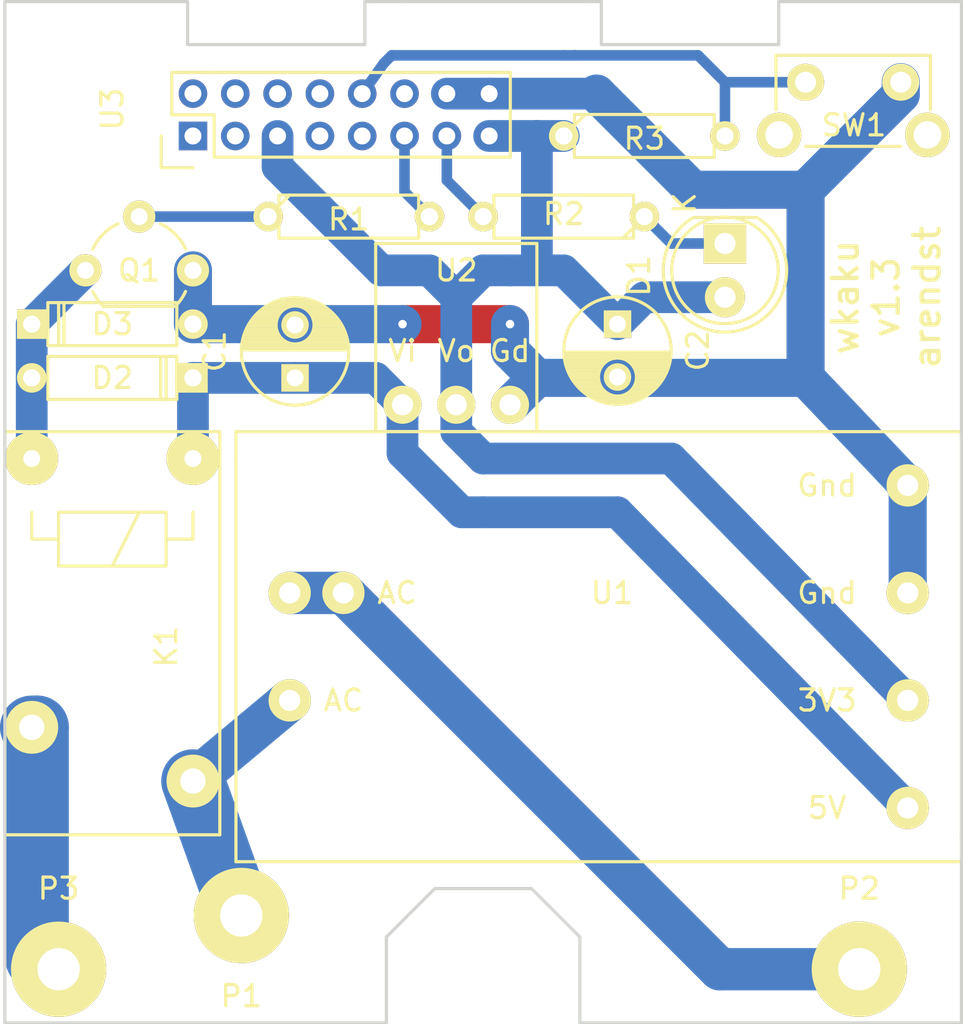
<source format=kicad_pcb>
(kicad_pcb (version 4) (host pcbnew 4.0.2-stable)

  (general
    (links 33)
    (no_connects 0)
    (area 140.533999 95.072619 192.051001 147.49044)
    (thickness 1.6)
    (drawings 22)
    (tracks 81)
    (zones 0)
    (modules 17)
    (nets 22)
  )

  (page A4)
  (title_block
    (title wkaku)
    (date 2016-05-18)
    (rev 1.2)
    (company "Theo Arends")
  )

  (layers
    (0 F.Cu signal)
    (31 B.Cu signal)
    (32 B.Adhes user hide)
    (33 F.Adhes user hide)
    (34 B.Paste user hide)
    (35 F.Paste user hide)
    (36 B.SilkS user)
    (37 F.SilkS user)
    (38 B.Mask user)
    (39 F.Mask user)
    (40 Dwgs.User user hide)
    (41 Cmts.User user hide)
    (42 Eco1.User user hide)
    (43 Eco2.User user hide)
    (44 Edge.Cuts user)
    (45 Margin user hide)
    (46 B.CrtYd user hide)
    (47 F.CrtYd user)
    (48 B.Fab user hide)
    (49 F.Fab user hide)
  )

  (setup
    (last_trace_width 0.5)
    (trace_clearance 0.25)
    (zone_clearance 0.508)
    (zone_45_only no)
    (trace_min 0.25)
    (segment_width 0.2)
    (edge_width 0.15)
    (via_size 0.6)
    (via_drill 0.4)
    (via_min_size 0.4)
    (via_min_drill 0.3)
    (uvia_size 0.3)
    (uvia_drill 0.1)
    (uvias_allowed no)
    (uvia_min_size 0.2)
    (uvia_min_drill 0.1)
    (pcb_text_width 0.3)
    (pcb_text_size 1.5 1.5)
    (mod_edge_width 0.15)
    (mod_text_size 1 1)
    (mod_text_width 0.15)
    (pad_size 1.524 1.524)
    (pad_drill 0.762)
    (pad_to_mask_clearance 0.2)
    (aux_axis_origin 0 0)
    (grid_origin 182.88 142.24)
    (visible_elements 7FFFFFFF)
    (pcbplotparams
      (layerselection 0x010f0_80000001)
      (usegerberextensions true)
      (excludeedgelayer true)
      (linewidth 0.100000)
      (plotframeref false)
      (viasonmask false)
      (mode 1)
      (useauxorigin false)
      (hpglpennumber 1)
      (hpglpenspeed 20)
      (hpglpendiameter 15)
      (hpglpenoverlay 2)
      (psnegative false)
      (psa4output false)
      (plotreference true)
      (plotvalue true)
      (plotinvisibletext false)
      (padsonsilk false)
      (subtractmaskfromsilk false)
      (outputformat 1)
      (mirror false)
      (drillshape 0)
      (scaleselection 1)
      (outputdirectory gerbers/))
  )

  (net 0 "")
  (net 1 /LED)
  (net 2 "Net-(D2-Pad2)")
  (net 3 +5V)
  (net 4 /LIFE)
  (net 5 "Net-(P2-Pad1)")
  (net 6 "Net-(Q1-Pad2)")
  (net 7 GND)
  (net 8 /RELAY)
  (net 9 +3V3)
  (net 10 /BUTTON)
  (net 11 "Net-(K1-Pad5)")
  (net 12 "Net-(U3-Pad1)")
  (net 13 "Net-(U3-Pad2)")
  (net 14 "Net-(U3-Pad4)")
  (net 15 "Net-(U3-Pad5)")
  (net 16 "Net-(U3-Pad22)")
  (net 17 "Net-(U3-Pad21)")
  (net 18 "Net-(U3-Pad20)")
  (net 19 "Net-(U3-Pad19)")
  (net 20 "Net-(U3-Pad17)")
  (net 21 "Net-(D1-Pad1)")

  (net_class Default "This is the default net class."
    (clearance 0.25)
    (trace_width 0.5)
    (via_dia 0.6)
    (via_drill 0.4)
    (uvia_dia 0.3)
    (uvia_drill 0.1)
    (add_net /BUTTON)
    (add_net /LED)
    (add_net /RELAY)
    (add_net "Net-(D1-Pad1)")
    (add_net "Net-(Q1-Pad2)")
    (add_net "Net-(U3-Pad1)")
    (add_net "Net-(U3-Pad17)")
    (add_net "Net-(U3-Pad19)")
    (add_net "Net-(U3-Pad2)")
    (add_net "Net-(U3-Pad20)")
    (add_net "Net-(U3-Pad21)")
    (add_net "Net-(U3-Pad22)")
    (add_net "Net-(U3-Pad4)")
    (add_net "Net-(U3-Pad5)")
  )

  (net_class AC ""
    (clearance 3)
    (trace_width 2)
    (via_dia 0.6)
    (via_drill 0.4)
    (uvia_dia 0.3)
    (uvia_drill 0.1)
    (add_net "Net-(P2-Pad1)")
  )

  (net_class Power ""
    (clearance 0.25)
    (trace_width 1.5)
    (via_dia 0.6)
    (via_drill 0.4)
    (uvia_dia 0.3)
    (uvia_drill 0.1)
    (add_net +3V3)
    (add_net +5V)
    (add_net GND)
    (add_net "Net-(D2-Pad2)")
  )

  (net_class Relay ""
    (clearance 3)
    (trace_width 3)
    (via_dia 0.6)
    (via_drill 0.4)
    (uvia_dia 0.3)
    (uvia_drill 0.1)
    (add_net /LIFE)
    (add_net "Net-(K1-Pad5)")
  )

  (module LEDs:LED-5MM (layer F.Cu) (tedit 5570F7EA) (tstamp 57372E3E)
    (at 177.8 107.95 270)
    (descr "LED 5mm round vertical")
    (tags "LED 5mm round vertical")
    (path /57334A96)
    (fp_text reference D1 (at 1.524 4.064 270) (layer F.SilkS)
      (effects (font (size 1 1) (thickness 0.15)))
    )
    (fp_text value LED (at 1.524 -3.937 270) (layer F.Fab)
      (effects (font (size 1 1) (thickness 0.15)))
    )
    (fp_line (start -1.5 -1.55) (end -1.5 1.55) (layer F.CrtYd) (width 0.05))
    (fp_arc (start 1.3 0) (end -1.5 1.55) (angle -302) (layer F.CrtYd) (width 0.05))
    (fp_arc (start 1.27 0) (end -1.23 -1.5) (angle 297.5) (layer F.SilkS) (width 0.15))
    (fp_line (start -1.23 1.5) (end -1.23 -1.5) (layer F.SilkS) (width 0.15))
    (fp_circle (center 1.27 0) (end 0.97 -2.5) (layer F.SilkS) (width 0.15))
    (fp_text user K (at -1.905 1.905 270) (layer F.SilkS)
      (effects (font (size 1 1) (thickness 0.15)))
    )
    (pad 1 thru_hole rect (at 0 0) (size 2 1.9) (drill 1.00076) (layers *.Cu *.Mask F.SilkS)
      (net 21 "Net-(D1-Pad1)"))
    (pad 2 thru_hole circle (at 2.54 0 270) (size 1.9 1.9) (drill 1.00076) (layers *.Cu *.Mask F.SilkS)
      (net 9 +3V3))
    (model LEDs.3dshapes/LED-5MM.wrl
      (at (xyz 0.05 0 0))
      (scale (xyz 1 1 1))
      (rotate (xyz 0 0 90))
    )
  )

  (module Buttons_Switches_ThroughHole:SW_Tactile_SPST_Angled (layer F.Cu) (tedit 574D7A70) (tstamp 57372E7D)
    (at 181.61 100.33)
    (descr "tactile switch SPST right angle, 1825027-2")
    (tags "tactile switch SPST angled 1825027-2")
    (path /57334AF2)
    (fp_text reference SW1 (at 2.286 2.032) (layer F.SilkS)
      (effects (font (size 1 1) (thickness 0.15)))
    )
    (fp_text value SPST (at 2.286 2.032) (layer F.Fab)
      (effects (font (size 1 1) (thickness 0.15)))
    )
    (fp_line (start -2.5 -1.5) (end 7.05 -1.5) (layer F.CrtYd) (width 0.05))
    (fp_line (start 7.05 -1.5) (end 7.05 3.8) (layer F.CrtYd) (width 0.05))
    (fp_line (start 7.05 3.8) (end -2.5 3.8) (layer F.CrtYd) (width 0.05))
    (fp_line (start -2.5 3.8) (end -2.5 -1.5) (layer F.CrtYd) (width 0.05))
    (fp_line (start -1.397 -1.27) (end 5.9 -1.27) (layer F.SilkS) (width 0.15))
    (fp_line (start 5.9 -1.27) (end 5.9 1.3) (layer F.SilkS) (width 0.15))
    (fp_line (start 0 3.03) (end 4.5 3.03) (layer F.SilkS) (width 0.15))
    (fp_line (start -1.397 -1.27) (end -1.397 1.3) (layer F.SilkS) (width 0.15))
    (pad "" thru_hole circle (at 5.76 2.49) (size 2.1 2.1) (drill 1.3) (layers *.Cu *.Mask F.SilkS))
    (pad 2 thru_hole circle (at 4.5 0) (size 1.75 1.75) (drill 0.99) (layers *.Cu *.Mask F.SilkS)
      (net 7 GND))
    (pad 1 thru_hole circle (at 0 0) (size 1.75 1.75) (drill 0.99) (layers *.Cu *.Mask F.SilkS)
      (net 10 /BUTTON))
    (pad "" thru_hole circle (at -1.25 2.49) (size 2.1 2.1) (drill 1.3) (layers *.Cu *.Mask F.SilkS))
    (model Buttons_Switches_ThroughHole.3dshapes/SW_Tactile_SPST_Angled.wrl
      (at (xyz 0.09 0.1 0.1575))
      (scale (xyz 0.39 0.39 0.39))
      (rotate (xyz -90 0 180))
    )
  )

  (module TO_SOT_Packages_THT:TO-92_Molded_Wide (layer F.Cu) (tedit 574AECE2) (tstamp 5737416C)
    (at 147.574 109.22)
    (descr "TO-92 leads molded, wide, drill 0.8mm (see NXP sot054_po.pdf)")
    (tags "to-92 sc-43 sc-43a sot54 PA33 transistor")
    (path /57334907)
    (fp_text reference Q1 (at 2.54 0) (layer F.SilkS)
      (effects (font (size 1 1) (thickness 0.15)))
    )
    (fp_text value BC547 (at -1.016 -2.032) (layer F.Fab)
      (effects (font (size 1 1) (thickness 0.15)))
    )
    (fp_arc (start 2.54 0) (end 0.34 -1) (angle 41.11209044) (layer F.SilkS) (width 0.15))
    (fp_arc (start 2.54 0) (end 4.74 -1) (angle -41.11210221) (layer F.SilkS) (width 0.15))
    (fp_arc (start 2.54 0) (end 0.84 1.7) (angle 20.5) (layer F.SilkS) (width 0.15))
    (fp_arc (start 2.54 0) (end 4.24 1.7) (angle -20.5) (layer F.SilkS) (width 0.15))
    (fp_line (start -1 1.95) (end -1 -3.55) (layer F.CrtYd) (width 0.05))
    (fp_line (start -1 1.95) (end 6.1 1.95) (layer F.CrtYd) (width 0.05))
    (fp_line (start 0.84 1.7) (end 4.24 1.7) (layer F.SilkS) (width 0.15))
    (fp_line (start -1 -3.55) (end 6.1 -3.55) (layer F.CrtYd) (width 0.05))
    (fp_line (start 6.1 1.95) (end 6.1 -3.55) (layer F.CrtYd) (width 0.05))
    (pad 2 thru_hole circle (at 2.54 -2.54 90) (size 1.524 1.524) (drill 0.8) (layers *.Cu *.Mask F.SilkS)
      (net 6 "Net-(Q1-Pad2)"))
    (pad 3 thru_hole circle (at 5.08 0 90) (size 1.524 1.524) (drill 0.8) (layers *.Cu *.Mask F.SilkS)
      (net 7 GND))
    (pad 1 thru_hole circle (at 0 0 90) (size 1.524 1.524) (drill 0.8) (layers *.Cu *.Mask F.SilkS)
      (net 2 "Net-(D2-Pad2)"))
    (model TO_SOT_Packages_THT.3dshapes/TO-92_Molded_Wide.wrl
      (at (xyz 0.1 0 0))
      (scale (xyz 1 1 1))
      (rotate (xyz 0 0 -90))
    )
  )

  (module wkaku:ESP-12_Pitch2.00mm (layer F.Cu) (tedit 573C6837) (tstamp 573AF467)
    (at 152.654 102.87 90)
    (descr "ESP12, 2.00mm pitch")
    (tags ESP12)
    (path /5735CAFC)
    (fp_text reference U3 (at 1.27 -3.81 90) (layer F.SilkS)
      (effects (font (size 1 1) (thickness 0.15)))
    )
    (fp_text value ESP-12E (at 1.27 -2.54 90) (layer F.Fab)
      (effects (font (size 1 1) (thickness 0.15)))
    )
    (fp_line (start -1 1) (end 1 1) (layer F.SilkS) (width 0.15))
    (fp_line (start 1 1) (end 1 -1) (layer F.SilkS) (width 0.15))
    (fp_line (start 1 -1) (end 3 -1) (layer F.SilkS) (width 0.15))
    (fp_line (start 3 -1) (end 3 1) (layer F.SilkS) (width 0.15))
    (fp_line (start 3 1) (end 3 15) (layer F.SilkS) (width 0.15))
    (fp_line (start 3 15) (end -1 15) (layer F.SilkS) (width 0.15))
    (fp_line (start -1 15) (end -1 1) (layer F.SilkS) (width 0.15))
    (fp_line (start -1.6 -1.6) (end 3.6 -1.6) (layer F.CrtYd) (width 0.05))
    (fp_line (start 3.6 -1.6) (end 3.6 15.6) (layer F.CrtYd) (width 0.05))
    (fp_line (start 3.6 15.6) (end -1.6 15.6) (layer F.CrtYd) (width 0.05))
    (fp_line (start -1.6 15.6) (end -1.6 -1.6) (layer F.CrtYd) (width 0.05))
    (fp_line (start -1.5 0) (end -1.5 -1.5) (layer F.SilkS) (width 0.15))
    (fp_line (start -1.5 -1.5) (end 0 -1.5) (layer F.SilkS) (width 0.15))
    (pad 1 thru_hole rect (at 0 0 90) (size 1.35 1.35) (drill 0.8) (layers *.Cu *.Mask)
      (net 12 "Net-(U3-Pad1)"))
    (pad 2 thru_hole circle (at 0 2 90) (size 1.35 1.35) (drill 0.8) (layers *.Cu *.Mask)
      (net 13 "Net-(U3-Pad2)"))
    (pad 3 thru_hole circle (at 0 4 90) (size 1.35 1.35) (drill 0.8) (layers *.Cu *.Mask)
      (net 9 +3V3))
    (pad 4 thru_hole circle (at 0 6 90) (size 1.35 1.35) (drill 0.8) (layers *.Cu *.Mask)
      (net 14 "Net-(U3-Pad4)"))
    (pad 5 thru_hole circle (at 0 8 90) (size 1.35 1.35) (drill 0.8) (layers *.Cu *.Mask)
      (net 15 "Net-(U3-Pad5)"))
    (pad 6 thru_hole circle (at 0 10 90) (size 1.35 1.35) (drill 0.8) (layers *.Cu *.Mask)
      (net 8 /RELAY))
    (pad 7 thru_hole circle (at 0 12 90) (size 1.35 1.35) (drill 0.8) (layers *.Cu *.Mask)
      (net 1 /LED))
    (pad 8 thru_hole circle (at 0 14 90) (size 1.35 1.35) (drill 0.8) (layers *.Cu *.Mask)
      (net 9 +3V3))
    (pad 22 thru_hole circle (at 2 0 90) (size 1.35 1.35) (drill 0.8) (layers *.Cu *.Mask)
      (net 16 "Net-(U3-Pad22)"))
    (pad 21 thru_hole circle (at 2 2 90) (size 1.35 1.35) (drill 0.8) (layers *.Cu *.Mask)
      (net 17 "Net-(U3-Pad21)"))
    (pad 20 thru_hole circle (at 2 4 90) (size 1.35 1.35) (drill 0.8) (layers *.Cu *.Mask)
      (net 18 "Net-(U3-Pad20)"))
    (pad 19 thru_hole circle (at 2 6 90) (size 1.35 1.35) (drill 0.8) (layers *.Cu *.Mask)
      (net 19 "Net-(U3-Pad19)"))
    (pad 18 thru_hole circle (at 2 8 90) (size 1.35 1.35) (drill 0.8) (layers *.Cu *.Mask)
      (net 10 /BUTTON))
    (pad 17 thru_hole circle (at 2 10 90) (size 1.35 1.35) (drill 0.8) (layers *.Cu *.Mask)
      (net 20 "Net-(U3-Pad17)"))
    (pad 16 thru_hole circle (at 2 12 90) (size 1.35 1.35) (drill 0.8) (layers *.Cu *.Mask)
      (net 7 GND))
    (pad 15 thru_hole circle (at 2 14 90) (size 1.35 1.35) (drill 0.8) (layers *.Cu *.Mask)
      (net 7 GND))
    (model Pin_Headers.3dshapes/Pin_Header_Straight_2x08_Pitch2.00mm.wrl
      (at (xyz 0 0 0))
      (scale (xyz 1 1 1))
      (rotate (xyz 0 0 0))
    )
  )

  (module Discret:D3 (layer F.Cu) (tedit 0) (tstamp 573AF9A3)
    (at 148.844 114.3)
    (descr "Diode 3 pas")
    (tags "DIODE DEV")
    (path /5733542A)
    (fp_text reference D2 (at 0 0) (layer F.SilkS)
      (effects (font (size 1 1) (thickness 0.15)))
    )
    (fp_text value 1N4007 (at 0 0) (layer F.Fab)
      (effects (font (size 1 1) (thickness 0.15)))
    )
    (fp_line (start 3.81 0) (end 3.048 0) (layer F.SilkS) (width 0.15))
    (fp_line (start 3.048 0) (end 3.048 -1.016) (layer F.SilkS) (width 0.15))
    (fp_line (start 3.048 -1.016) (end -3.048 -1.016) (layer F.SilkS) (width 0.15))
    (fp_line (start -3.048 -1.016) (end -3.048 0) (layer F.SilkS) (width 0.15))
    (fp_line (start -3.048 0) (end -3.81 0) (layer F.SilkS) (width 0.15))
    (fp_line (start -3.048 0) (end -3.048 1.016) (layer F.SilkS) (width 0.15))
    (fp_line (start -3.048 1.016) (end 3.048 1.016) (layer F.SilkS) (width 0.15))
    (fp_line (start 3.048 1.016) (end 3.048 0) (layer F.SilkS) (width 0.15))
    (fp_line (start 2.54 -1.016) (end 2.54 1.016) (layer F.SilkS) (width 0.15))
    (fp_line (start 2.286 1.016) (end 2.286 -1.016) (layer F.SilkS) (width 0.15))
    (pad 1 thru_hole rect (at 3.81 0) (size 1.397 1.397) (drill 0.8128) (layers *.Cu *.Mask F.SilkS)
      (net 3 +5V))
    (pad 2 thru_hole circle (at -3.81 0) (size 1.397 1.397) (drill 0.8128) (layers *.Cu *.Mask F.SilkS)
      (net 2 "Net-(D2-Pad2)"))
    (model Discret.3dshapes/D3.wrl
      (at (xyz 0 0 0))
      (scale (xyz 0.3 0.3 0.3))
      (rotate (xyz 0 0 0))
    )
  )

  (module Discret:D3 (layer F.Cu) (tedit 0) (tstamp 573AF9A8)
    (at 148.844 111.76 180)
    (descr "Diode 3 pas")
    (tags "DIODE DEV")
    (path /573B05C9)
    (fp_text reference D3 (at 0 0 180) (layer F.SilkS)
      (effects (font (size 1 1) (thickness 0.15)))
    )
    (fp_text value 1N4007 (at 0 0 180) (layer F.Fab)
      (effects (font (size 1 1) (thickness 0.15)))
    )
    (fp_line (start 3.81 0) (end 3.048 0) (layer F.SilkS) (width 0.15))
    (fp_line (start 3.048 0) (end 3.048 -1.016) (layer F.SilkS) (width 0.15))
    (fp_line (start 3.048 -1.016) (end -3.048 -1.016) (layer F.SilkS) (width 0.15))
    (fp_line (start -3.048 -1.016) (end -3.048 0) (layer F.SilkS) (width 0.15))
    (fp_line (start -3.048 0) (end -3.81 0) (layer F.SilkS) (width 0.15))
    (fp_line (start -3.048 0) (end -3.048 1.016) (layer F.SilkS) (width 0.15))
    (fp_line (start -3.048 1.016) (end 3.048 1.016) (layer F.SilkS) (width 0.15))
    (fp_line (start 3.048 1.016) (end 3.048 0) (layer F.SilkS) (width 0.15))
    (fp_line (start 2.54 -1.016) (end 2.54 1.016) (layer F.SilkS) (width 0.15))
    (fp_line (start 2.286 1.016) (end 2.286 -1.016) (layer F.SilkS) (width 0.15))
    (pad 1 thru_hole rect (at 3.81 0 180) (size 1.397 1.397) (drill 0.8128) (layers *.Cu *.Mask F.SilkS)
      (net 2 "Net-(D2-Pad2)"))
    (pad 2 thru_hole circle (at -3.81 0 180) (size 1.397 1.397) (drill 0.8128) (layers *.Cu *.Mask F.SilkS)
      (net 7 GND))
    (model Discret.3dshapes/D3.wrl
      (at (xyz 0 0 0))
      (scale (xyz 0.3 0.3 0.3))
      (rotate (xyz 0 0 0))
    )
  )

  (module wkaku:Relay_SPST (layer F.Cu) (tedit 573B1729) (tstamp 573B2409)
    (at 145.034 118.11 270)
    (descr "Relay, SPST, OJE-SH-DM, 5A250VAC")
    (tags "Relay, SPST,  OJE-SH-DM, 5A 250V AC, Reais. 1 x ein,")
    (path /573B0157)
    (fp_text reference K1 (at 8.89 -6.35 270) (layer F.SilkS)
      (effects (font (size 1 1) (thickness 0.15)))
    )
    (fp_text value RELAY_SPST (at 8.89 -2.54 270) (layer F.Fab)
      (effects (font (size 1 1) (thickness 0.15)))
    )
    (fp_line (start -1.27 -8.89) (end 17.78 -8.89) (layer F.SilkS) (width 0.15))
    (fp_line (start 17.78 -8.89) (end 17.78 1.27) (layer F.SilkS) (width 0.15))
    (fp_line (start 17.78 1.27) (end -1.27 1.27) (layer F.SilkS) (width 0.15))
    (fp_line (start -1.27 1.27) (end -1.27 -8.89) (layer F.SilkS) (width 0.15))
    (fp_line (start 2.54 -5.08) (end 5.08 -3.81) (layer F.SilkS) (width 0.15))
    (fp_line (start 3.81 -1.27) (end 3.81 0) (layer F.SilkS) (width 0.15))
    (fp_line (start 3.81 0) (end 2.54 0) (layer F.SilkS) (width 0.15))
    (fp_line (start 2.54 -7.62) (end 3.81 -7.62) (layer F.SilkS) (width 0.15))
    (fp_line (start 3.81 -7.62) (end 3.81 -6.35) (layer F.SilkS) (width 0.15))
    (fp_line (start 3.81 -6.35) (end 5.08 -6.35) (layer F.SilkS) (width 0.15))
    (fp_line (start 5.08 -6.35) (end 5.08 -1.27) (layer F.SilkS) (width 0.15))
    (fp_line (start 5.08 -1.27) (end 2.54 -1.27) (layer F.SilkS) (width 0.15))
    (fp_line (start 2.54 -1.27) (end 2.54 -6.35) (layer F.SilkS) (width 0.15))
    (fp_line (start 2.54 -6.35) (end 3.81 -6.35) (layer F.SilkS) (width 0.15))
    (pad A1 thru_hole circle (at 0 -7.62 270) (size 2.5 2.5) (drill 0.8) (layers *.Cu *.Mask F.SilkS)
      (net 3 +5V))
    (pad A2 thru_hole circle (at 0 0 270) (size 2.5 2.5) (drill 0.8) (layers *.Cu *.Mask F.SilkS)
      (net 2 "Net-(D2-Pad2)"))
    (pad 7 thru_hole circle (at 15.24 -7.62 270) (size 2.5 2.5) (drill 1.19888) (layers *.Cu *.Mask F.SilkS)
      (net 4 /LIFE))
    (pad 5 thru_hole circle (at 12.7 0 270) (size 2.5 2.5) (drill 1.19888) (layers *.Cu *.Mask F.SilkS)
      (net 11 "Net-(K1-Pad5)"))
  )

  (module Discret:R3 (layer F.Cu) (tedit 0) (tstamp 573B2410)
    (at 160.02 106.68)
    (descr "Resitance 3 pas")
    (tags R)
    (path /573349FA)
    (fp_text reference R1 (at 0 0.127) (layer F.SilkS)
      (effects (font (size 1 1) (thickness 0.15)))
    )
    (fp_text value 1k (at 0 0.127) (layer F.Fab)
      (effects (font (size 1 1) (thickness 0.15)))
    )
    (fp_line (start -3.81 0) (end -3.302 0) (layer F.SilkS) (width 0.15))
    (fp_line (start 3.81 0) (end 3.302 0) (layer F.SilkS) (width 0.15))
    (fp_line (start 3.302 0) (end 3.302 -1.016) (layer F.SilkS) (width 0.15))
    (fp_line (start 3.302 -1.016) (end -3.302 -1.016) (layer F.SilkS) (width 0.15))
    (fp_line (start -3.302 -1.016) (end -3.302 1.016) (layer F.SilkS) (width 0.15))
    (fp_line (start -3.302 1.016) (end 3.302 1.016) (layer F.SilkS) (width 0.15))
    (fp_line (start 3.302 1.016) (end 3.302 0) (layer F.SilkS) (width 0.15))
    (fp_line (start -3.302 -0.508) (end -2.794 -1.016) (layer F.SilkS) (width 0.15))
    (pad 1 thru_hole circle (at -3.81 0) (size 1.397 1.397) (drill 0.8128) (layers *.Cu *.Mask F.SilkS)
      (net 6 "Net-(Q1-Pad2)"))
    (pad 2 thru_hole circle (at 3.81 0) (size 1.397 1.397) (drill 0.8128) (layers *.Cu *.Mask F.SilkS)
      (net 8 /RELAY))
    (model Discret.3dshapes/R3.wrl
      (at (xyz 0 0 0))
      (scale (xyz 0.3 0.3 0.3))
      (rotate (xyz 0 0 0))
    )
  )

  (module Discret:R3 (layer F.Cu) (tedit 0) (tstamp 573B2415)
    (at 170.18 106.68 180)
    (descr "Resitance 3 pas")
    (tags R)
    (path /57334D84)
    (fp_text reference R2 (at 0 0.127 180) (layer F.SilkS)
      (effects (font (size 1 1) (thickness 0.15)))
    )
    (fp_text value 1k (at 0 0.127 180) (layer F.Fab)
      (effects (font (size 1 1) (thickness 0.15)))
    )
    (fp_line (start -3.81 0) (end -3.302 0) (layer F.SilkS) (width 0.15))
    (fp_line (start 3.81 0) (end 3.302 0) (layer F.SilkS) (width 0.15))
    (fp_line (start 3.302 0) (end 3.302 -1.016) (layer F.SilkS) (width 0.15))
    (fp_line (start 3.302 -1.016) (end -3.302 -1.016) (layer F.SilkS) (width 0.15))
    (fp_line (start -3.302 -1.016) (end -3.302 1.016) (layer F.SilkS) (width 0.15))
    (fp_line (start -3.302 1.016) (end 3.302 1.016) (layer F.SilkS) (width 0.15))
    (fp_line (start 3.302 1.016) (end 3.302 0) (layer F.SilkS) (width 0.15))
    (fp_line (start -3.302 -0.508) (end -2.794 -1.016) (layer F.SilkS) (width 0.15))
    (pad 1 thru_hole circle (at -3.81 0 180) (size 1.397 1.397) (drill 0.8128) (layers *.Cu *.Mask F.SilkS)
      (net 21 "Net-(D1-Pad1)"))
    (pad 2 thru_hole circle (at 3.81 0 180) (size 1.397 1.397) (drill 0.8128) (layers *.Cu *.Mask F.SilkS)
      (net 1 /LED))
    (model Discret.3dshapes/R3.wrl
      (at (xyz 0 0 0))
      (scale (xyz 0.3 0.3 0.3))
      (rotate (xyz 0 0 0))
    )
  )

  (module Capacitors_ThroughHole:C_Radial_D5_L11_P2.5 (layer F.Cu) (tedit 0) (tstamp 573C34E7)
    (at 157.48 114.3 90)
    (descr "Radial Electrolytic Capacitor Diameter 5mm x Length 11mm, Pitch 2.5mm")
    (tags "Electrolytic Capacitor")
    (path /573C391A)
    (fp_text reference C1 (at 1.25 -3.8 90) (layer F.SilkS)
      (effects (font (size 1 1) (thickness 0.15)))
    )
    (fp_text value 100uF (at 1.25 3.8 90) (layer F.Fab)
      (effects (font (size 1 1) (thickness 0.15)))
    )
    (fp_line (start 1.325 -2.499) (end 1.325 2.499) (layer F.SilkS) (width 0.15))
    (fp_line (start 1.465 -2.491) (end 1.465 2.491) (layer F.SilkS) (width 0.15))
    (fp_line (start 1.605 -2.475) (end 1.605 -0.095) (layer F.SilkS) (width 0.15))
    (fp_line (start 1.605 0.095) (end 1.605 2.475) (layer F.SilkS) (width 0.15))
    (fp_line (start 1.745 -2.451) (end 1.745 -0.49) (layer F.SilkS) (width 0.15))
    (fp_line (start 1.745 0.49) (end 1.745 2.451) (layer F.SilkS) (width 0.15))
    (fp_line (start 1.885 -2.418) (end 1.885 -0.657) (layer F.SilkS) (width 0.15))
    (fp_line (start 1.885 0.657) (end 1.885 2.418) (layer F.SilkS) (width 0.15))
    (fp_line (start 2.025 -2.377) (end 2.025 -0.764) (layer F.SilkS) (width 0.15))
    (fp_line (start 2.025 0.764) (end 2.025 2.377) (layer F.SilkS) (width 0.15))
    (fp_line (start 2.165 -2.327) (end 2.165 -0.835) (layer F.SilkS) (width 0.15))
    (fp_line (start 2.165 0.835) (end 2.165 2.327) (layer F.SilkS) (width 0.15))
    (fp_line (start 2.305 -2.266) (end 2.305 -0.879) (layer F.SilkS) (width 0.15))
    (fp_line (start 2.305 0.879) (end 2.305 2.266) (layer F.SilkS) (width 0.15))
    (fp_line (start 2.445 -2.196) (end 2.445 -0.898) (layer F.SilkS) (width 0.15))
    (fp_line (start 2.445 0.898) (end 2.445 2.196) (layer F.SilkS) (width 0.15))
    (fp_line (start 2.585 -2.114) (end 2.585 -0.896) (layer F.SilkS) (width 0.15))
    (fp_line (start 2.585 0.896) (end 2.585 2.114) (layer F.SilkS) (width 0.15))
    (fp_line (start 2.725 -2.019) (end 2.725 -0.871) (layer F.SilkS) (width 0.15))
    (fp_line (start 2.725 0.871) (end 2.725 2.019) (layer F.SilkS) (width 0.15))
    (fp_line (start 2.865 -1.908) (end 2.865 -0.823) (layer F.SilkS) (width 0.15))
    (fp_line (start 2.865 0.823) (end 2.865 1.908) (layer F.SilkS) (width 0.15))
    (fp_line (start 3.005 -1.78) (end 3.005 -0.745) (layer F.SilkS) (width 0.15))
    (fp_line (start 3.005 0.745) (end 3.005 1.78) (layer F.SilkS) (width 0.15))
    (fp_line (start 3.145 -1.631) (end 3.145 -0.628) (layer F.SilkS) (width 0.15))
    (fp_line (start 3.145 0.628) (end 3.145 1.631) (layer F.SilkS) (width 0.15))
    (fp_line (start 3.285 -1.452) (end 3.285 -0.44) (layer F.SilkS) (width 0.15))
    (fp_line (start 3.285 0.44) (end 3.285 1.452) (layer F.SilkS) (width 0.15))
    (fp_line (start 3.425 -1.233) (end 3.425 1.233) (layer F.SilkS) (width 0.15))
    (fp_line (start 3.565 -0.944) (end 3.565 0.944) (layer F.SilkS) (width 0.15))
    (fp_line (start 3.705 -0.472) (end 3.705 0.472) (layer F.SilkS) (width 0.15))
    (fp_circle (center 2.5 0) (end 2.5 -0.9) (layer F.SilkS) (width 0.15))
    (fp_circle (center 1.25 0) (end 1.25 -2.5375) (layer F.SilkS) (width 0.15))
    (fp_circle (center 1.25 0) (end 1.25 -2.8) (layer F.CrtYd) (width 0.05))
    (pad 1 thru_hole rect (at 0 0 90) (size 1.3 1.3) (drill 0.8) (layers *.Cu *.Mask F.SilkS)
      (net 3 +5V))
    (pad 2 thru_hole circle (at 2.5 0 90) (size 1.3 1.3) (drill 0.8) (layers *.Cu *.Mask F.SilkS)
      (net 7 GND))
    (model Capacitors_ThroughHole.3dshapes/C_Radial_D5_L11_P2.5.wrl
      (at (xyz 0.049213 0 0))
      (scale (xyz 1 1 1))
      (rotate (xyz 0 0 90))
    )
  )

  (module Capacitors_ThroughHole:C_Radial_D5_L11_P2.5 (layer F.Cu) (tedit 0) (tstamp 573C37C9)
    (at 172.72 111.76 270)
    (descr "Radial Electrolytic Capacitor Diameter 5mm x Length 11mm, Pitch 2.5mm")
    (tags "Electrolytic Capacitor")
    (path /573C558B)
    (fp_text reference C2 (at 1.25 -3.8 270) (layer F.SilkS)
      (effects (font (size 1 1) (thickness 0.15)))
    )
    (fp_text value 100uF (at 1.25 3.8 270) (layer F.Fab)
      (effects (font (size 1 1) (thickness 0.15)))
    )
    (fp_line (start 1.325 -2.499) (end 1.325 2.499) (layer F.SilkS) (width 0.15))
    (fp_line (start 1.465 -2.491) (end 1.465 2.491) (layer F.SilkS) (width 0.15))
    (fp_line (start 1.605 -2.475) (end 1.605 -0.095) (layer F.SilkS) (width 0.15))
    (fp_line (start 1.605 0.095) (end 1.605 2.475) (layer F.SilkS) (width 0.15))
    (fp_line (start 1.745 -2.451) (end 1.745 -0.49) (layer F.SilkS) (width 0.15))
    (fp_line (start 1.745 0.49) (end 1.745 2.451) (layer F.SilkS) (width 0.15))
    (fp_line (start 1.885 -2.418) (end 1.885 -0.657) (layer F.SilkS) (width 0.15))
    (fp_line (start 1.885 0.657) (end 1.885 2.418) (layer F.SilkS) (width 0.15))
    (fp_line (start 2.025 -2.377) (end 2.025 -0.764) (layer F.SilkS) (width 0.15))
    (fp_line (start 2.025 0.764) (end 2.025 2.377) (layer F.SilkS) (width 0.15))
    (fp_line (start 2.165 -2.327) (end 2.165 -0.835) (layer F.SilkS) (width 0.15))
    (fp_line (start 2.165 0.835) (end 2.165 2.327) (layer F.SilkS) (width 0.15))
    (fp_line (start 2.305 -2.266) (end 2.305 -0.879) (layer F.SilkS) (width 0.15))
    (fp_line (start 2.305 0.879) (end 2.305 2.266) (layer F.SilkS) (width 0.15))
    (fp_line (start 2.445 -2.196) (end 2.445 -0.898) (layer F.SilkS) (width 0.15))
    (fp_line (start 2.445 0.898) (end 2.445 2.196) (layer F.SilkS) (width 0.15))
    (fp_line (start 2.585 -2.114) (end 2.585 -0.896) (layer F.SilkS) (width 0.15))
    (fp_line (start 2.585 0.896) (end 2.585 2.114) (layer F.SilkS) (width 0.15))
    (fp_line (start 2.725 -2.019) (end 2.725 -0.871) (layer F.SilkS) (width 0.15))
    (fp_line (start 2.725 0.871) (end 2.725 2.019) (layer F.SilkS) (width 0.15))
    (fp_line (start 2.865 -1.908) (end 2.865 -0.823) (layer F.SilkS) (width 0.15))
    (fp_line (start 2.865 0.823) (end 2.865 1.908) (layer F.SilkS) (width 0.15))
    (fp_line (start 3.005 -1.78) (end 3.005 -0.745) (layer F.SilkS) (width 0.15))
    (fp_line (start 3.005 0.745) (end 3.005 1.78) (layer F.SilkS) (width 0.15))
    (fp_line (start 3.145 -1.631) (end 3.145 -0.628) (layer F.SilkS) (width 0.15))
    (fp_line (start 3.145 0.628) (end 3.145 1.631) (layer F.SilkS) (width 0.15))
    (fp_line (start 3.285 -1.452) (end 3.285 -0.44) (layer F.SilkS) (width 0.15))
    (fp_line (start 3.285 0.44) (end 3.285 1.452) (layer F.SilkS) (width 0.15))
    (fp_line (start 3.425 -1.233) (end 3.425 1.233) (layer F.SilkS) (width 0.15))
    (fp_line (start 3.565 -0.944) (end 3.565 0.944) (layer F.SilkS) (width 0.15))
    (fp_line (start 3.705 -0.472) (end 3.705 0.472) (layer F.SilkS) (width 0.15))
    (fp_circle (center 2.5 0) (end 2.5 -0.9) (layer F.SilkS) (width 0.15))
    (fp_circle (center 1.25 0) (end 1.25 -2.5375) (layer F.SilkS) (width 0.15))
    (fp_circle (center 1.25 0) (end 1.25 -2.8) (layer F.CrtYd) (width 0.05))
    (pad 1 thru_hole rect (at 0 0 270) (size 1.3 1.3) (drill 0.8) (layers *.Cu *.Mask F.SilkS)
      (net 9 +3V3))
    (pad 2 thru_hole circle (at 2.5 0 270) (size 1.3 1.3) (drill 0.8) (layers *.Cu *.Mask F.SilkS)
      (net 7 GND))
    (model Capacitors_ThroughHole.3dshapes/C_Radial_D5_L11_P2.5.wrl
      (at (xyz 0.049213 0 0))
      (scale (xyz 1 1 1))
      (rotate (xyz 0 0 90))
    )
  )

  (module Discret:R3 (layer F.Cu) (tedit 0) (tstamp 573C3EBF)
    (at 173.99 102.87)
    (descr "Resitance 3 pas")
    (tags R)
    (path /573C623E)
    (fp_text reference R3 (at 0 0.127) (layer F.SilkS)
      (effects (font (size 1 1) (thickness 0.15)))
    )
    (fp_text value 10k (at 0 0.127) (layer F.Fab)
      (effects (font (size 1 1) (thickness 0.15)))
    )
    (fp_line (start -3.81 0) (end -3.302 0) (layer F.SilkS) (width 0.15))
    (fp_line (start 3.81 0) (end 3.302 0) (layer F.SilkS) (width 0.15))
    (fp_line (start 3.302 0) (end 3.302 -1.016) (layer F.SilkS) (width 0.15))
    (fp_line (start 3.302 -1.016) (end -3.302 -1.016) (layer F.SilkS) (width 0.15))
    (fp_line (start -3.302 -1.016) (end -3.302 1.016) (layer F.SilkS) (width 0.15))
    (fp_line (start -3.302 1.016) (end 3.302 1.016) (layer F.SilkS) (width 0.15))
    (fp_line (start 3.302 1.016) (end 3.302 0) (layer F.SilkS) (width 0.15))
    (fp_line (start -3.302 -0.508) (end -2.794 -1.016) (layer F.SilkS) (width 0.15))
    (pad 1 thru_hole circle (at -3.81 0) (size 1.397 1.397) (drill 0.8128) (layers *.Cu *.Mask F.SilkS)
      (net 9 +3V3))
    (pad 2 thru_hole circle (at 3.81 0) (size 1.397 1.397) (drill 0.8128) (layers *.Cu *.Mask F.SilkS)
      (net 10 /BUTTON))
    (model Discret.3dshapes/R3.wrl
      (at (xyz 0 0 0))
      (scale (xyz 0.3 0.3 0.3))
      (rotate (xyz 0 0 0))
    )
  )

  (module Wire_Pads:SolderWirePad_single_2mmDrill (layer F.Cu) (tedit 574AEC7F) (tstamp 574AE6B5)
    (at 154.94 139.7)
    (path /5736FF20)
    (fp_text reference P1 (at 0 3.81) (layer F.SilkS)
      (effects (font (size 1 1) (thickness 0.15)))
    )
    (fp_text value Li (at -0.635 3.81) (layer F.Fab)
      (effects (font (size 1 1) (thickness 0.15)))
    )
    (pad 1 thru_hole circle (at 0 0) (size 4.50088 4.50088) (drill 1.99898) (layers *.Cu *.Mask F.SilkS)
      (net 4 /LIFE))
  )

  (module Wire_Pads:SolderWirePad_single_2mmDrill (layer F.Cu) (tedit 574AECA3) (tstamp 574AE6B9)
    (at 184.15 142.24)
    (path /5736FF6F)
    (fp_text reference P2 (at 0 -3.81) (layer F.SilkS)
      (effects (font (size 1 1) (thickness 0.15)))
    )
    (fp_text value N (at 0 -3.81) (layer F.Fab)
      (effects (font (size 1 1) (thickness 0.15)))
    )
    (pad 1 thru_hole circle (at 0 0) (size 4.50088 4.50088) (drill 1.99898) (layers *.Cu *.Mask F.SilkS)
      (net 5 "Net-(P2-Pad1)"))
  )

  (module Wire_Pads:SolderWirePad_single_2mmDrill (layer F.Cu) (tedit 574AEC8C) (tstamp 574AE6BD)
    (at 146.304 142.24)
    (path /5736FFBC)
    (fp_text reference P3 (at 0 -3.81) (layer F.SilkS)
      (effects (font (size 1 1) (thickness 0.15)))
    )
    (fp_text value Lo (at 0 -3.81) (layer F.Fab)
      (effects (font (size 1 1) (thickness 0.15)))
    )
    (pad 1 thru_hole circle (at 0 0) (size 4.50088 4.50088) (drill 1.99898) (layers *.Cu *.Mask F.SilkS)
      (net 11 "Net-(K1-Pad5)"))
  )

  (module wkaku:ACDC_Options (layer F.Cu) (tedit 574AD74E) (tstamp 574AE6D9)
    (at 157.226 129.54)
    (path /573C8584)
    (fp_text reference U1 (at 15.24 -5.08) (layer F.SilkS)
      (effects (font (size 1 1) (thickness 0.15)))
    )
    (fp_text value ACDC_Opt2 (at 15.24 0) (layer F.Fab)
      (effects (font (size 1 1) (thickness 0.15)))
    )
    (fp_text user 3V3 (at 25.4 0) (layer F.SilkS)
      (effects (font (size 1 1) (thickness 0.15)))
    )
    (fp_text user Gnd (at 25.4 -5.08) (layer F.SilkS)
      (effects (font (size 1 1) (thickness 0.15)))
    )
    (fp_text user AC (at 2.54 0) (layer F.SilkS)
      (effects (font (size 1 1) (thickness 0.15)))
    )
    (fp_text user AC (at 5.08 -5.08) (layer F.SilkS)
      (effects (font (size 1 1) (thickness 0.15)))
    )
    (fp_text user Gnd (at 25.4 -10.16) (layer F.SilkS)
      (effects (font (size 1 1) (thickness 0.15)))
    )
    (fp_text user 5V (at 25.4 5.08) (layer F.SilkS)
      (effects (font (size 1 1) (thickness 0.15)))
    )
    (fp_line (start 31.75 6.35) (end 31.75 7.62) (layer F.SilkS) (width 0.15))
    (fp_line (start 31.75 7.62) (end -2.54 7.62) (layer F.SilkS) (width 0.15))
    (fp_line (start -2.54 7.62) (end -2.54 6.35) (layer F.SilkS) (width 0.15))
    (fp_line (start 31.75 -11.43) (end 31.75 -12.7) (layer F.SilkS) (width 0.15))
    (fp_line (start 31.75 -12.7) (end -2.54 -12.7) (layer F.SilkS) (width 0.15))
    (fp_line (start -2.54 -12.7) (end -2.54 -11.43) (layer F.SilkS) (width 0.15))
    (fp_line (start -2.54 6.35) (end -2.54 -11.43) (layer F.SilkS) (width 0.15))
    (fp_line (start 31.75 -11.43) (end 31.75 6.35) (layer F.SilkS) (width 0.15))
    (pad 4 thru_hole circle (at 29.21 0) (size 2 2) (drill 1) (layers *.Cu *.Mask F.SilkS)
      (net 9 +3V3))
    (pad 7 thru_hole circle (at 2.54 -5.08) (size 2 2) (drill 1) (layers *.Cu *.Mask F.SilkS)
      (net 5 "Net-(P2-Pad1)"))
    (pad 6 thru_hole circle (at 29.21 -5.08) (size 2 2) (drill 1) (layers *.Cu *.Mask F.SilkS)
      (net 7 GND))
    (pad 1 thru_hole circle (at 0 0) (size 2 2) (drill 1) (layers *.Cu *.Mask F.SilkS)
      (net 4 /LIFE))
    (pad 2 thru_hole circle (at 0 -5.08) (size 2 2) (drill 1) (layers *.Cu *.Mask F.SilkS)
      (net 5 "Net-(P2-Pad1)"))
    (pad 5 thru_hole circle (at 29.21 -10.16) (size 2 2) (drill 1) (layers *.Cu *.Mask F.SilkS)
      (net 7 GND))
    (pad 3 thru_hole circle (at 29.21 5.08) (size 2 2) (drill 1) (layers *.Cu *.Mask F.SilkS)
      (net 3 +5V))
  )

  (module wkaku:AMS1117 (layer F.Cu) (tedit 574AC5D0) (tstamp 574AE6E7)
    (at 165.1 115.57)
    (path /573B216F)
    (fp_text reference U2 (at 0 -6.35) (layer F.SilkS)
      (effects (font (size 1 1) (thickness 0.15)))
    )
    (fp_text value AMS1117 (at 0 -5.08) (layer F.Fab)
      (effects (font (size 1 1) (thickness 0.15)))
    )
    (fp_text user Vi (at -2.54 -2.54) (layer F.SilkS)
      (effects (font (size 1 1) (thickness 0.15)))
    )
    (fp_text user Vo (at 0 -2.54) (layer F.SilkS)
      (effects (font (size 1 1) (thickness 0.15)))
    )
    (fp_text user Gd (at 2.54 -2.54) (layer F.SilkS)
      (effects (font (size 1 1) (thickness 0.15)))
    )
    (fp_line (start -3.81 1.27) (end 3.81 1.27) (layer F.SilkS) (width 0.15))
    (fp_line (start 3.81 1.27) (end 3.81 -7.62) (layer F.SilkS) (width 0.15))
    (fp_line (start 3.81 -7.62) (end -3.81 -7.62) (layer F.SilkS) (width 0.15))
    (fp_line (start -3.81 -7.62) (end -3.81 1.27) (layer F.SilkS) (width 0.15))
    (pad 2 thru_hole circle (at 0 0) (size 1.8 1.8) (drill 1) (layers *.Cu *.Mask F.SilkS)
      (net 9 +3V3))
    (pad 1 thru_hole circle (at 2.54 0) (size 1.8 1.8) (drill 1) (layers *.Cu *.Mask F.SilkS)
      (net 7 GND))
    (pad 3 thru_hole circle (at -2.54 0) (size 1.8 1.8) (drill 1) (layers *.Cu *.Mask F.SilkS)
      (net 3 +5V))
  )

  (gr_line (start 161.798 140.716) (end 161.798 144.78) (angle 90) (layer Edge.Cuts) (width 0.15))
  (gr_line (start 170.942 140.716) (end 170.942 144.78) (angle 90) (layer Edge.Cuts) (width 0.15))
  (gr_line (start 164.084 138.43) (end 161.798 140.716) (angle 90) (layer Edge.Cuts) (width 0.15))
  (gr_line (start 168.656 138.43) (end 164.084 138.43) (angle 90) (layer Edge.Cuts) (width 0.15))
  (gr_line (start 170.942 140.716) (end 168.656 138.43) (angle 90) (layer Edge.Cuts) (width 0.15))
  (gr_line (start 143.764 96.52) (end 152.4 96.52) (angle 90) (layer Edge.Cuts) (width 0.15))
  (gr_line (start 143.764 144.78) (end 161.798 144.78) (angle 90) (layer Edge.Cuts) (width 0.15))
  (gr_line (start 143.764 96.52) (end 143.764 144.78) (angle 90) (layer Edge.Cuts) (width 0.15))
  (gr_line (start 170.942 144.78) (end 188.976 144.78) (angle 90) (layer Edge.Cuts) (width 0.15))
  (gr_line (start 180.34 96.52) (end 188.976 96.52) (angle 90) (layer Edge.Cuts) (width 0.15))
  (gr_line (start 188.976 96.52) (end 188.976 144.78) (angle 90) (layer Edge.Cuts) (width 0.15))
  (gr_line (start 152.4 96.52) (end 152.4 98.552) (angle 90) (layer Edge.Cuts) (width 0.15))
  (gr_line (start 160.782 96.52) (end 160.782 98.552) (angle 90) (layer Edge.Cuts) (width 0.15))
  (gr_line (start 152.4 98.552) (end 160.782 98.552) (angle 90) (layer Edge.Cuts) (width 0.15))
  (gr_line (start 171.958 96.52) (end 171.958 98.552) (angle 90) (layer Edge.Cuts) (width 0.15))
  (gr_line (start 180.34 96.52) (end 180.34 98.552) (angle 90) (layer Edge.Cuts) (width 0.15))
  (gr_line (start 171.958 98.552) (end 180.34 98.552) (angle 90) (layer Edge.Cuts) (width 0.15))
  (gr_line (start 171.45 96.52) (end 171.958 96.52) (angle 90) (layer Edge.Cuts) (width 0.15))
  (gr_line (start 161.29 96.52) (end 160.782 96.52) (angle 90) (layer Edge.Cuts) (width 0.15))
  (gr_text "wkaku\nv1.3\narendst" (at 185.42 110.49 90) (layer F.SilkS)
    (effects (font (size 1.2 1.2) (thickness 0.2)))
  )
  (gr_line (start 162.56 96.52) (end 161.29 96.52) (angle 90) (layer Edge.Cuts) (width 0.15))
  (gr_line (start 171.45 96.52) (end 162.56 96.52) (angle 90) (layer Edge.Cuts) (width 0.15))

  (segment (start 164.654 102.87) (end 164.654 104.964) (width 0.5) (layer B.Cu) (net 1))
  (segment (start 164.654 104.964) (end 166.37 106.68) (width 0.5) (layer B.Cu) (net 1) (tstamp 574DAB4E))
  (segment (start 147.574 109.22) (end 145.034 111.76) (width 1.5) (layer B.Cu) (net 2) (status 10))
  (segment (start 145.034 111.76) (end 145.034 114.3) (width 1.5) (layer B.Cu) (net 2) (tstamp 573B0326) (status 10))
  (segment (start 145.034 114.3) (end 145.034 118.11) (width 1.5) (layer B.Cu) (net 2) (tstamp 573B0327) (status 10))
  (segment (start 162.56 116.84) (end 162.56 117.856) (width 1.5) (layer B.Cu) (net 3))
  (segment (start 162.56 117.856) (end 165.354 120.65) (width 1.5) (layer B.Cu) (net 3) (tstamp 574AF7EC))
  (segment (start 165.354 120.65) (end 166.37 120.65) (width 1.5) (layer B.Cu) (net 3) (tstamp 574AF7F6))
  (segment (start 166.37 120.65) (end 172.72 120.65) (width 1.5) (layer B.Cu) (net 3))
  (segment (start 162.56 116.84) (end 162.56 115.57) (width 1.5) (layer B.Cu) (net 3))
  (segment (start 186.436 134.62) (end 172.72 120.65) (width 1.5) (layer B.Cu) (net 3) (tstamp 573C6482) (status 10))
  (segment (start 157.48 114.3) (end 161.29 114.3) (width 1.5) (layer B.Cu) (net 3))
  (segment (start 161.29 114.3) (end 162.56 115.57) (width 1.5) (layer B.Cu) (net 3) (tstamp 573C3918))
  (segment (start 152.654 114.3) (end 157.48 114.3) (width 1.5) (layer B.Cu) (net 3) (status 10))
  (segment (start 152.654 114.3) (end 152.654 118.11) (width 1.5) (layer B.Cu) (net 3) (status 10))
  (segment (start 157.226 129.54) (end 152.654 133.35) (width 2) (layer B.Cu) (net 4) (status 10))
  (segment (start 152.654 133.35) (end 154.94 139.7) (width 3) (layer B.Cu) (net 4) (status 20))
  (segment (start 159.766 124.46) (end 177.546 142.24) (width 2) (layer B.Cu) (net 5))
  (segment (start 177.546 142.24) (end 184.15 142.24) (width 2) (layer B.Cu) (net 5) (tstamp 574AE715) (status 20))
  (segment (start 157.226 124.46) (end 159.766 124.46) (width 2) (layer B.Cu) (net 5) (status 30))
  (segment (start 150.114 106.68) (end 156.21 106.68) (width 0.5) (layer B.Cu) (net 6) (status 10))
  (segment (start 166.654 100.87) (end 171.704 100.87) (width 1.5) (layer B.Cu) (net 7) (status 10))
  (segment (start 171.736 100.87) (end 176.276 105.41) (width 1.8) (layer B.Cu) (net 7) (tstamp 573C753D))
  (segment (start 176.276 105.41) (end 177.8 105.41) (width 1.8) (layer B.Cu) (net 7) (tstamp 573C41BC))
  (segment (start 177.8 105.41) (end 181.61 105.41) (width 1.8) (layer B.Cu) (net 7))
  (segment (start 171.704 100.87) (end 171.736 100.87) (width 1.8) (layer B.Cu) (net 7))
  (segment (start 186.436 119.38) (end 186.436 124.46) (width 1.8) (layer B.Cu) (net 7) (status 30))
  (segment (start 168.91 114.3) (end 172.68 114.3) (width 1.8) (layer B.Cu) (net 7))
  (segment (start 172.68 114.3) (end 181.61 114.3) (width 1.8) (layer B.Cu) (net 7) (tstamp 573C39E4))
  (segment (start 167.64 111.76) (end 167.64 113.03) (width 1.8) (layer B.Cu) (net 7))
  (segment (start 167.64 113.03) (end 168.91 114.3) (width 1.8) (layer B.Cu) (net 7) (tstamp 573C39BA))
  (segment (start 157.44 111.76) (end 162.56 111.76) (width 1.8) (layer B.Cu) (net 7) (tstamp 573C3511) (status 10))
  (via (at 162.56 111.76) (size 0.6) (drill 0.4) (layers F.Cu B.Cu) (net 7))
  (via (at 167.64 111.76) (size 0.6) (drill 0.4) (layers F.Cu B.Cu) (net 7))
  (segment (start 167.64 111.76) (end 162.56 111.76) (width 1.8) (layer F.Cu) (net 7))
  (segment (start 181.61 105.41) (end 181.61 114.3) (width 1.8) (layer B.Cu) (net 7))
  (segment (start 167.64 115.57) (end 168.91 114.3) (width 1.8) (layer B.Cu) (net 7))
  (segment (start 181.61 114.3) (end 186.436 119.38) (width 1.8) (layer B.Cu) (net 7) (tstamp 573C397F) (status 20))
  (segment (start 152.654 111.76) (end 157.44 111.76) (width 1.8) (layer B.Cu) (net 7) (status 10))
  (segment (start 164.654 100.87) (end 166.654 100.87) (width 1.5) (layer B.Cu) (net 7) (status 30))
  (segment (start 152.654 109.22) (end 152.654 111.76) (width 1.8) (layer B.Cu) (net 7) (status 10))
  (segment (start 186.11 100.33) (end 186.11 100.91) (width 1.8) (layer B.Cu) (net 7) (status 30))
  (segment (start 186.11 100.91) (end 181.61 105.41) (width 1.8) (layer B.Cu) (net 7) (tstamp 573AFC81) (status 10))
  (segment (start 162.654 102.87) (end 162.654 105.504) (width 0.5) (layer B.Cu) (net 8))
  (segment (start 162.654 105.504) (end 163.83 106.68) (width 0.5) (layer B.Cu) (net 8) (tstamp 574DAB34))
  (segment (start 163.67 106.52) (end 163.83 106.68) (width 0.5) (layer B.Cu) (net 8) (tstamp 573C66C2))
  (segment (start 156.654 104.33) (end 161.544 109.22) (width 1.5) (layer B.Cu) (net 9))
  (segment (start 165.1 110.49) (end 163.83 109.22) (width 1.5) (layer B.Cu) (net 9) (tstamp 573C3A23))
  (segment (start 156.654 104.33) (end 156.654 102.87) (width 1.5) (layer B.Cu) (net 9))
  (segment (start 161.544 109.22) (end 163.83 109.22) (width 1.5) (layer B.Cu) (net 9) (tstamp 574DAB0D))
  (segment (start 168.91 109.22) (end 168.91 102.87) (width 1.5) (layer B.Cu) (net 9))
  (segment (start 165.1 115.57) (end 165.1 116.84) (width 1.5) (layer B.Cu) (net 9))
  (segment (start 165.1 116.84) (end 166.37 118.11) (width 1.5) (layer B.Cu) (net 9) (tstamp 573C6461))
  (segment (start 166.37 118.11) (end 175.26 118.11) (width 1.5) (layer B.Cu) (net 9) (tstamp 573C6462))
  (segment (start 175.26 118.11) (end 186.436 129.54) (width 1.5) (layer B.Cu) (net 9) (tstamp 573C6464) (status 20))
  (segment (start 170.18 102.87) (end 168.91 102.87) (width 1.5) (layer B.Cu) (net 9))
  (segment (start 168.91 102.87) (end 166.654 102.87) (width 1.5) (layer B.Cu) (net 9) (tstamp 573C6692) (status 20))
  (segment (start 167.67 109.22) (end 167.64 109.22) (width 1.5) (layer B.Cu) (net 9) (tstamp 573C3A16))
  (segment (start 165.1 115.57) (end 165.1 110.49) (width 1.5) (layer B.Cu) (net 9))
  (segment (start 170.18 109.22) (end 172.72 111.76) (width 1.5) (layer B.Cu) (net 9) (tstamp 573C3A12))
  (segment (start 168.91 109.22) (end 170.18 109.22) (width 1.5) (layer B.Cu) (net 9) (tstamp 573C668E))
  (segment (start 166.37 109.22) (end 167.64 109.22) (width 1.5) (layer B.Cu) (net 9) (tstamp 573C3A08))
  (segment (start 165.1 110.49) (end 166.37 109.22) (width 1.5) (layer B.Cu) (net 9) (tstamp 573C3A04))
  (segment (start 167.64 109.22) (end 168.91 109.22) (width 1.5) (layer B.Cu) (net 9) (tstamp 573C3A19))
  (segment (start 177.8 110.49) (end 173.99 110.49) (width 1.5) (layer B.Cu) (net 9))
  (segment (start 173.99 110.49) (end 172.72 111.76) (width 1.5) (layer B.Cu) (net 9) (tstamp 573C39FC))
  (segment (start 181.61 100.33) (end 177.8 100.33) (width 0.5) (layer B.Cu) (net 10))
  (segment (start 170.18 99.06) (end 170.688 99.06) (width 0.5) (layer B.Cu) (net 10))
  (segment (start 160.654 100.87) (end 161.67 99.44) (width 0.5) (layer B.Cu) (net 10) (status 10))
  (segment (start 162.05 99.06) (end 170.18 99.06) (width 0.5) (layer B.Cu) (net 10) (tstamp 573B2C42))
  (segment (start 161.67 99.44) (end 162.05 99.06) (width 0.5) (layer B.Cu) (net 10) (tstamp 573B2C40))
  (segment (start 177.8 100.33) (end 177.8 102.87) (width 0.5) (layer B.Cu) (net 10) (tstamp 573C4133))
  (segment (start 176.53 99.06) (end 177.8 100.33) (width 0.5) (layer B.Cu) (net 10) (tstamp 573C4129))
  (segment (start 170.688 99.06) (end 176.53 99.06) (width 0.5) (layer B.Cu) (net 10) (tstamp 573C411C))
  (segment (start 170.688 99.06) (end 170.688 99.06) (width 0.5) (layer B.Cu) (net 10) (tstamp 573C4119))
  (segment (start 145.034 130.81) (end 145.288 130.81) (width 3) (layer B.Cu) (net 11))
  (segment (start 145.288 130.81) (end 145.288 141.732) (width 3) (layer B.Cu) (net 11) (tstamp 574AE396))
  (segment (start 145.288 141.732) (end 145.796 142.24) (width 3) (layer B.Cu) (net 11) (tstamp 574AE39B))
  (segment (start 145.796 142.24) (end 146.304 142.24) (width 3) (layer B.Cu) (net 11) (tstamp 574AE3A6))
  (segment (start 173.99 106.68) (end 175.26 107.95) (width 0.5) (layer B.Cu) (net 21))
  (segment (start 175.26 107.95) (end 177.8 107.95) (width 0.5) (layer B.Cu) (net 21) (tstamp 573C6675))

  (zone (net 11) (net_name "Net-(K1-Pad5)") (layer B.Cu) (tstamp 574AE3E0) (hatch edge 0.508)
    (connect_pads (clearance 0.508))
    (min_thickness 0.254)
    (fill (arc_segments 16) (thermal_gap 0.508) (thermal_bridge_width 0.508))
    (polygon
      (pts
        (xy 143.764 130.556) (xy 146.812 130.556) (xy 146.812 141.732) (xy 143.764 141.732)
      )
    )
  )
  (zone (net 0) (net_name "") (layer B.Mask) (tstamp 574AEC11) (hatch edge 0.508)
    (connect_pads (clearance 0.508))
    (min_thickness 0.254)
    (fill yes (arc_segments 16) (thermal_gap 0.508) (thermal_bridge_width 0.508))
    (polygon
      (pts
        (xy 146.812 130.556) (xy 143.764 130.556) (xy 143.764 142.494) (xy 146.812 142.494)
      )
    )
    (filled_polygon
      (pts
        (xy 146.685 142.367) (xy 143.891 142.367) (xy 143.891 130.683) (xy 146.685 130.683)
      )
    )
  )
  (zone (net 0) (net_name "") (layer B.Mask) (tstamp 574DAF2F) (hatch edge 0.508)
    (connect_pads (clearance 0.508))
    (min_thickness 0.254)
    (fill yes (arc_segments 16) (thermal_gap 0.508) (thermal_bridge_width 0.508))
    (polygon
      (pts
        (xy 182.88 143.51) (xy 177.8 143.51) (xy 177.8 140.97) (xy 182.88 140.97) (xy 182.88 143.51)
      )
    )
    (filled_polygon
      (pts
        (xy 182.753 143.383) (xy 177.927 143.383) (xy 177.927 141.097) (xy 182.753 141.097)
      )
    )
  )
  (zone (net 0) (net_name "") (layer B.Mask) (tstamp 574DB028) (hatch edge 0.508)
    (connect_pads (clearance 0.508))
    (min_thickness 0.254)
    (fill yes (arc_segments 16) (thermal_gap 0.508) (thermal_bridge_width 0.508))
    (polygon
      (pts
        (xy 151.13 133.604) (xy 153.924 132.334) (xy 155.956 137.922) (xy 153.162 138.938) (xy 151.13 133.604)
      )
    )
    (filled_polygon
      (pts
        (xy 155.793245 137.846048) (xy 153.236151 138.7759) (xy 151.291144 133.670257) (xy 153.851565 132.50643)
      )
    )
  )
)

</source>
